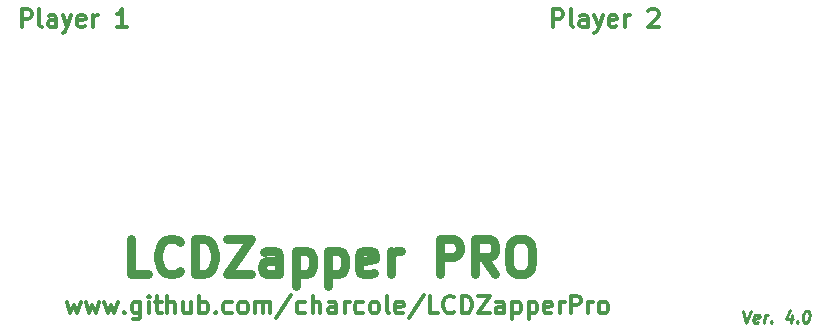
<source format=gbr>
G04 #@! TF.FileFunction,Legend,Top*
%FSLAX46Y46*%
G04 Gerber Fmt 4.6, Leading zero omitted, Abs format (unit mm)*
G04 Created by KiCad (PCBNEW 4.0.6) date Sunday, 17 September 2017 'PMt' 18:00:55*
%MOMM*%
%LPD*%
G01*
G04 APERTURE LIST*
%ADD10C,0.100000*%
%ADD11C,0.250000*%
%ADD12C,0.750000*%
%ADD13C,0.300000*%
G04 APERTURE END LIST*
D10*
D11*
X175937500Y-97452381D02*
X176145833Y-98452381D01*
X176604167Y-97452381D01*
X177199406Y-98404762D02*
X177098215Y-98452381D01*
X176907738Y-98452381D01*
X176818453Y-98404762D01*
X176782739Y-98309524D01*
X176830358Y-97928571D01*
X176889881Y-97833333D01*
X176991072Y-97785714D01*
X177181549Y-97785714D01*
X177270834Y-97833333D01*
X177306549Y-97928571D01*
X177294644Y-98023810D01*
X176806548Y-98119048D01*
X177669643Y-98452381D02*
X177752977Y-97785714D01*
X177729167Y-97976190D02*
X177788691Y-97880952D01*
X177842262Y-97833333D01*
X177943453Y-97785714D01*
X178038692Y-97785714D01*
X178300596Y-98357143D02*
X178342263Y-98404762D01*
X178288691Y-98452381D01*
X178247025Y-98404762D01*
X178300596Y-98357143D01*
X178288691Y-98452381D01*
X180038692Y-97785714D02*
X179955358Y-98452381D01*
X179848215Y-97404762D02*
X179520834Y-98119048D01*
X180139882Y-98119048D01*
X180491072Y-98357143D02*
X180532739Y-98404762D01*
X180479167Y-98452381D01*
X180437501Y-98404762D01*
X180491072Y-98357143D01*
X180479167Y-98452381D01*
X181270833Y-97452381D02*
X181366072Y-97452381D01*
X181455358Y-97500000D01*
X181497025Y-97547619D01*
X181532739Y-97642857D01*
X181556548Y-97833333D01*
X181526786Y-98071429D01*
X181455358Y-98261905D01*
X181395834Y-98357143D01*
X181342263Y-98404762D01*
X181241072Y-98452381D01*
X181145833Y-98452381D01*
X181056548Y-98404762D01*
X181014881Y-98357143D01*
X180979167Y-98261905D01*
X180955357Y-98071429D01*
X180985119Y-97833333D01*
X181056548Y-97642857D01*
X181116072Y-97547619D01*
X181169643Y-97500000D01*
X181270833Y-97452381D01*
D12*
X125500000Y-94357143D02*
X124071429Y-94357143D01*
X124071429Y-91357143D01*
X128214285Y-94071429D02*
X128071428Y-94214286D01*
X127642857Y-94357143D01*
X127357143Y-94357143D01*
X126928571Y-94214286D01*
X126642857Y-93928571D01*
X126500000Y-93642857D01*
X126357143Y-93071429D01*
X126357143Y-92642857D01*
X126500000Y-92071429D01*
X126642857Y-91785714D01*
X126928571Y-91500000D01*
X127357143Y-91357143D01*
X127642857Y-91357143D01*
X128071428Y-91500000D01*
X128214285Y-91642857D01*
X129500000Y-94357143D02*
X129500000Y-91357143D01*
X130214285Y-91357143D01*
X130642857Y-91500000D01*
X130928571Y-91785714D01*
X131071428Y-92071429D01*
X131214285Y-92642857D01*
X131214285Y-93071429D01*
X131071428Y-93642857D01*
X130928571Y-93928571D01*
X130642857Y-94214286D01*
X130214285Y-94357143D01*
X129500000Y-94357143D01*
X132214285Y-91357143D02*
X134214285Y-91357143D01*
X132214285Y-94357143D01*
X134214285Y-94357143D01*
X136642857Y-94357143D02*
X136642857Y-92785714D01*
X136500000Y-92500000D01*
X136214286Y-92357143D01*
X135642857Y-92357143D01*
X135357143Y-92500000D01*
X136642857Y-94214286D02*
X136357143Y-94357143D01*
X135642857Y-94357143D01*
X135357143Y-94214286D01*
X135214286Y-93928571D01*
X135214286Y-93642857D01*
X135357143Y-93357143D01*
X135642857Y-93214286D01*
X136357143Y-93214286D01*
X136642857Y-93071429D01*
X138071429Y-92357143D02*
X138071429Y-95357143D01*
X138071429Y-92500000D02*
X138357143Y-92357143D01*
X138928572Y-92357143D01*
X139214286Y-92500000D01*
X139357143Y-92642857D01*
X139500000Y-92928571D01*
X139500000Y-93785714D01*
X139357143Y-94071429D01*
X139214286Y-94214286D01*
X138928572Y-94357143D01*
X138357143Y-94357143D01*
X138071429Y-94214286D01*
X140785715Y-92357143D02*
X140785715Y-95357143D01*
X140785715Y-92500000D02*
X141071429Y-92357143D01*
X141642858Y-92357143D01*
X141928572Y-92500000D01*
X142071429Y-92642857D01*
X142214286Y-92928571D01*
X142214286Y-93785714D01*
X142071429Y-94071429D01*
X141928572Y-94214286D01*
X141642858Y-94357143D01*
X141071429Y-94357143D01*
X140785715Y-94214286D01*
X144642858Y-94214286D02*
X144357144Y-94357143D01*
X143785715Y-94357143D01*
X143500001Y-94214286D01*
X143357144Y-93928571D01*
X143357144Y-92785714D01*
X143500001Y-92500000D01*
X143785715Y-92357143D01*
X144357144Y-92357143D01*
X144642858Y-92500000D01*
X144785715Y-92785714D01*
X144785715Y-93071429D01*
X143357144Y-93357143D01*
X146071430Y-94357143D02*
X146071430Y-92357143D01*
X146071430Y-92928571D02*
X146214287Y-92642857D01*
X146357144Y-92500000D01*
X146642858Y-92357143D01*
X146928573Y-92357143D01*
X150214287Y-94357143D02*
X150214287Y-91357143D01*
X151357144Y-91357143D01*
X151642858Y-91500000D01*
X151785715Y-91642857D01*
X151928572Y-91928571D01*
X151928572Y-92357143D01*
X151785715Y-92642857D01*
X151642858Y-92785714D01*
X151357144Y-92928571D01*
X150214287Y-92928571D01*
X154928572Y-94357143D02*
X153928572Y-92928571D01*
X153214287Y-94357143D02*
X153214287Y-91357143D01*
X154357144Y-91357143D01*
X154642858Y-91500000D01*
X154785715Y-91642857D01*
X154928572Y-91928571D01*
X154928572Y-92357143D01*
X154785715Y-92642857D01*
X154642858Y-92785714D01*
X154357144Y-92928571D01*
X153214287Y-92928571D01*
X156785715Y-91357143D02*
X157357144Y-91357143D01*
X157642858Y-91500000D01*
X157928572Y-91785714D01*
X158071430Y-92357143D01*
X158071430Y-93357143D01*
X157928572Y-93928571D01*
X157642858Y-94214286D01*
X157357144Y-94357143D01*
X156785715Y-94357143D01*
X156500001Y-94214286D01*
X156214287Y-93928571D01*
X156071430Y-93357143D01*
X156071430Y-92357143D01*
X156214287Y-91785714D01*
X156500001Y-91500000D01*
X156785715Y-91357143D01*
D13*
X159821430Y-73428571D02*
X159821430Y-71928571D01*
X160392858Y-71928571D01*
X160535716Y-72000000D01*
X160607144Y-72071429D01*
X160678573Y-72214286D01*
X160678573Y-72428571D01*
X160607144Y-72571429D01*
X160535716Y-72642857D01*
X160392858Y-72714286D01*
X159821430Y-72714286D01*
X161535716Y-73428571D02*
X161392858Y-73357143D01*
X161321430Y-73214286D01*
X161321430Y-71928571D01*
X162750001Y-73428571D02*
X162750001Y-72642857D01*
X162678572Y-72500000D01*
X162535715Y-72428571D01*
X162250001Y-72428571D01*
X162107144Y-72500000D01*
X162750001Y-73357143D02*
X162607144Y-73428571D01*
X162250001Y-73428571D01*
X162107144Y-73357143D01*
X162035715Y-73214286D01*
X162035715Y-73071429D01*
X162107144Y-72928571D01*
X162250001Y-72857143D01*
X162607144Y-72857143D01*
X162750001Y-72785714D01*
X163321430Y-72428571D02*
X163678573Y-73428571D01*
X164035715Y-72428571D02*
X163678573Y-73428571D01*
X163535715Y-73785714D01*
X163464287Y-73857143D01*
X163321430Y-73928571D01*
X165178572Y-73357143D02*
X165035715Y-73428571D01*
X164750001Y-73428571D01*
X164607144Y-73357143D01*
X164535715Y-73214286D01*
X164535715Y-72642857D01*
X164607144Y-72500000D01*
X164750001Y-72428571D01*
X165035715Y-72428571D01*
X165178572Y-72500000D01*
X165250001Y-72642857D01*
X165250001Y-72785714D01*
X164535715Y-72928571D01*
X165892858Y-73428571D02*
X165892858Y-72428571D01*
X165892858Y-72714286D02*
X165964286Y-72571429D01*
X166035715Y-72500000D01*
X166178572Y-72428571D01*
X166321429Y-72428571D01*
X167892857Y-72071429D02*
X167964286Y-72000000D01*
X168107143Y-71928571D01*
X168464286Y-71928571D01*
X168607143Y-72000000D01*
X168678572Y-72071429D01*
X168750000Y-72214286D01*
X168750000Y-72357143D01*
X168678572Y-72571429D01*
X167821429Y-73428571D01*
X168750000Y-73428571D01*
X114821430Y-73428571D02*
X114821430Y-71928571D01*
X115392858Y-71928571D01*
X115535716Y-72000000D01*
X115607144Y-72071429D01*
X115678573Y-72214286D01*
X115678573Y-72428571D01*
X115607144Y-72571429D01*
X115535716Y-72642857D01*
X115392858Y-72714286D01*
X114821430Y-72714286D01*
X116535716Y-73428571D02*
X116392858Y-73357143D01*
X116321430Y-73214286D01*
X116321430Y-71928571D01*
X117750001Y-73428571D02*
X117750001Y-72642857D01*
X117678572Y-72500000D01*
X117535715Y-72428571D01*
X117250001Y-72428571D01*
X117107144Y-72500000D01*
X117750001Y-73357143D02*
X117607144Y-73428571D01*
X117250001Y-73428571D01*
X117107144Y-73357143D01*
X117035715Y-73214286D01*
X117035715Y-73071429D01*
X117107144Y-72928571D01*
X117250001Y-72857143D01*
X117607144Y-72857143D01*
X117750001Y-72785714D01*
X118321430Y-72428571D02*
X118678573Y-73428571D01*
X119035715Y-72428571D02*
X118678573Y-73428571D01*
X118535715Y-73785714D01*
X118464287Y-73857143D01*
X118321430Y-73928571D01*
X120178572Y-73357143D02*
X120035715Y-73428571D01*
X119750001Y-73428571D01*
X119607144Y-73357143D01*
X119535715Y-73214286D01*
X119535715Y-72642857D01*
X119607144Y-72500000D01*
X119750001Y-72428571D01*
X120035715Y-72428571D01*
X120178572Y-72500000D01*
X120250001Y-72642857D01*
X120250001Y-72785714D01*
X119535715Y-72928571D01*
X120892858Y-73428571D02*
X120892858Y-72428571D01*
X120892858Y-72714286D02*
X120964286Y-72571429D01*
X121035715Y-72500000D01*
X121178572Y-72428571D01*
X121321429Y-72428571D01*
X123750000Y-73428571D02*
X122892857Y-73428571D01*
X123321429Y-73428571D02*
X123321429Y-71928571D01*
X123178572Y-72142857D01*
X123035714Y-72285714D01*
X122892857Y-72357143D01*
X118671428Y-96678571D02*
X118957142Y-97678571D01*
X119242856Y-96964286D01*
X119528571Y-97678571D01*
X119814285Y-96678571D01*
X120242857Y-96678571D02*
X120528571Y-97678571D01*
X120814285Y-96964286D01*
X121100000Y-97678571D01*
X121385714Y-96678571D01*
X121814286Y-96678571D02*
X122100000Y-97678571D01*
X122385714Y-96964286D01*
X122671429Y-97678571D01*
X122957143Y-96678571D01*
X123528572Y-97535714D02*
X123600000Y-97607143D01*
X123528572Y-97678571D01*
X123457143Y-97607143D01*
X123528572Y-97535714D01*
X123528572Y-97678571D01*
X124885715Y-96678571D02*
X124885715Y-97892857D01*
X124814286Y-98035714D01*
X124742858Y-98107143D01*
X124600001Y-98178571D01*
X124385715Y-98178571D01*
X124242858Y-98107143D01*
X124885715Y-97607143D02*
X124742858Y-97678571D01*
X124457144Y-97678571D01*
X124314286Y-97607143D01*
X124242858Y-97535714D01*
X124171429Y-97392857D01*
X124171429Y-96964286D01*
X124242858Y-96821429D01*
X124314286Y-96750000D01*
X124457144Y-96678571D01*
X124742858Y-96678571D01*
X124885715Y-96750000D01*
X125600001Y-97678571D02*
X125600001Y-96678571D01*
X125600001Y-96178571D02*
X125528572Y-96250000D01*
X125600001Y-96321429D01*
X125671429Y-96250000D01*
X125600001Y-96178571D01*
X125600001Y-96321429D01*
X126100001Y-96678571D02*
X126671430Y-96678571D01*
X126314287Y-96178571D02*
X126314287Y-97464286D01*
X126385715Y-97607143D01*
X126528573Y-97678571D01*
X126671430Y-97678571D01*
X127171430Y-97678571D02*
X127171430Y-96178571D01*
X127814287Y-97678571D02*
X127814287Y-96892857D01*
X127742858Y-96750000D01*
X127600001Y-96678571D01*
X127385716Y-96678571D01*
X127242858Y-96750000D01*
X127171430Y-96821429D01*
X129171430Y-96678571D02*
X129171430Y-97678571D01*
X128528573Y-96678571D02*
X128528573Y-97464286D01*
X128600001Y-97607143D01*
X128742859Y-97678571D01*
X128957144Y-97678571D01*
X129100001Y-97607143D01*
X129171430Y-97535714D01*
X129885716Y-97678571D02*
X129885716Y-96178571D01*
X129885716Y-96750000D02*
X130028573Y-96678571D01*
X130314287Y-96678571D01*
X130457144Y-96750000D01*
X130528573Y-96821429D01*
X130600002Y-96964286D01*
X130600002Y-97392857D01*
X130528573Y-97535714D01*
X130457144Y-97607143D01*
X130314287Y-97678571D01*
X130028573Y-97678571D01*
X129885716Y-97607143D01*
X131242859Y-97535714D02*
X131314287Y-97607143D01*
X131242859Y-97678571D01*
X131171430Y-97607143D01*
X131242859Y-97535714D01*
X131242859Y-97678571D01*
X132600002Y-97607143D02*
X132457145Y-97678571D01*
X132171431Y-97678571D01*
X132028573Y-97607143D01*
X131957145Y-97535714D01*
X131885716Y-97392857D01*
X131885716Y-96964286D01*
X131957145Y-96821429D01*
X132028573Y-96750000D01*
X132171431Y-96678571D01*
X132457145Y-96678571D01*
X132600002Y-96750000D01*
X133457145Y-97678571D02*
X133314287Y-97607143D01*
X133242859Y-97535714D01*
X133171430Y-97392857D01*
X133171430Y-96964286D01*
X133242859Y-96821429D01*
X133314287Y-96750000D01*
X133457145Y-96678571D01*
X133671430Y-96678571D01*
X133814287Y-96750000D01*
X133885716Y-96821429D01*
X133957145Y-96964286D01*
X133957145Y-97392857D01*
X133885716Y-97535714D01*
X133814287Y-97607143D01*
X133671430Y-97678571D01*
X133457145Y-97678571D01*
X134600002Y-97678571D02*
X134600002Y-96678571D01*
X134600002Y-96821429D02*
X134671430Y-96750000D01*
X134814288Y-96678571D01*
X135028573Y-96678571D01*
X135171430Y-96750000D01*
X135242859Y-96892857D01*
X135242859Y-97678571D01*
X135242859Y-96892857D02*
X135314288Y-96750000D01*
X135457145Y-96678571D01*
X135671430Y-96678571D01*
X135814288Y-96750000D01*
X135885716Y-96892857D01*
X135885716Y-97678571D01*
X137671430Y-96107143D02*
X136385716Y-98035714D01*
X138814288Y-97607143D02*
X138671431Y-97678571D01*
X138385717Y-97678571D01*
X138242859Y-97607143D01*
X138171431Y-97535714D01*
X138100002Y-97392857D01*
X138100002Y-96964286D01*
X138171431Y-96821429D01*
X138242859Y-96750000D01*
X138385717Y-96678571D01*
X138671431Y-96678571D01*
X138814288Y-96750000D01*
X139457145Y-97678571D02*
X139457145Y-96178571D01*
X140100002Y-97678571D02*
X140100002Y-96892857D01*
X140028573Y-96750000D01*
X139885716Y-96678571D01*
X139671431Y-96678571D01*
X139528573Y-96750000D01*
X139457145Y-96821429D01*
X141457145Y-97678571D02*
X141457145Y-96892857D01*
X141385716Y-96750000D01*
X141242859Y-96678571D01*
X140957145Y-96678571D01*
X140814288Y-96750000D01*
X141457145Y-97607143D02*
X141314288Y-97678571D01*
X140957145Y-97678571D01*
X140814288Y-97607143D01*
X140742859Y-97464286D01*
X140742859Y-97321429D01*
X140814288Y-97178571D01*
X140957145Y-97107143D01*
X141314288Y-97107143D01*
X141457145Y-97035714D01*
X142171431Y-97678571D02*
X142171431Y-96678571D01*
X142171431Y-96964286D02*
X142242859Y-96821429D01*
X142314288Y-96750000D01*
X142457145Y-96678571D01*
X142600002Y-96678571D01*
X143742859Y-97607143D02*
X143600002Y-97678571D01*
X143314288Y-97678571D01*
X143171430Y-97607143D01*
X143100002Y-97535714D01*
X143028573Y-97392857D01*
X143028573Y-96964286D01*
X143100002Y-96821429D01*
X143171430Y-96750000D01*
X143314288Y-96678571D01*
X143600002Y-96678571D01*
X143742859Y-96750000D01*
X144600002Y-97678571D02*
X144457144Y-97607143D01*
X144385716Y-97535714D01*
X144314287Y-97392857D01*
X144314287Y-96964286D01*
X144385716Y-96821429D01*
X144457144Y-96750000D01*
X144600002Y-96678571D01*
X144814287Y-96678571D01*
X144957144Y-96750000D01*
X145028573Y-96821429D01*
X145100002Y-96964286D01*
X145100002Y-97392857D01*
X145028573Y-97535714D01*
X144957144Y-97607143D01*
X144814287Y-97678571D01*
X144600002Y-97678571D01*
X145957145Y-97678571D02*
X145814287Y-97607143D01*
X145742859Y-97464286D01*
X145742859Y-96178571D01*
X147100001Y-97607143D02*
X146957144Y-97678571D01*
X146671430Y-97678571D01*
X146528573Y-97607143D01*
X146457144Y-97464286D01*
X146457144Y-96892857D01*
X146528573Y-96750000D01*
X146671430Y-96678571D01*
X146957144Y-96678571D01*
X147100001Y-96750000D01*
X147171430Y-96892857D01*
X147171430Y-97035714D01*
X146457144Y-97178571D01*
X148885715Y-96107143D02*
X147600001Y-98035714D01*
X150100002Y-97678571D02*
X149385716Y-97678571D01*
X149385716Y-96178571D01*
X151457145Y-97535714D02*
X151385716Y-97607143D01*
X151171430Y-97678571D01*
X151028573Y-97678571D01*
X150814288Y-97607143D01*
X150671430Y-97464286D01*
X150600002Y-97321429D01*
X150528573Y-97035714D01*
X150528573Y-96821429D01*
X150600002Y-96535714D01*
X150671430Y-96392857D01*
X150814288Y-96250000D01*
X151028573Y-96178571D01*
X151171430Y-96178571D01*
X151385716Y-96250000D01*
X151457145Y-96321429D01*
X152100002Y-97678571D02*
X152100002Y-96178571D01*
X152457145Y-96178571D01*
X152671430Y-96250000D01*
X152814288Y-96392857D01*
X152885716Y-96535714D01*
X152957145Y-96821429D01*
X152957145Y-97035714D01*
X152885716Y-97321429D01*
X152814288Y-97464286D01*
X152671430Y-97607143D01*
X152457145Y-97678571D01*
X152100002Y-97678571D01*
X153457145Y-96178571D02*
X154457145Y-96178571D01*
X153457145Y-97678571D01*
X154457145Y-97678571D01*
X155671430Y-97678571D02*
X155671430Y-96892857D01*
X155600001Y-96750000D01*
X155457144Y-96678571D01*
X155171430Y-96678571D01*
X155028573Y-96750000D01*
X155671430Y-97607143D02*
X155528573Y-97678571D01*
X155171430Y-97678571D01*
X155028573Y-97607143D01*
X154957144Y-97464286D01*
X154957144Y-97321429D01*
X155028573Y-97178571D01*
X155171430Y-97107143D01*
X155528573Y-97107143D01*
X155671430Y-97035714D01*
X156385716Y-96678571D02*
X156385716Y-98178571D01*
X156385716Y-96750000D02*
X156528573Y-96678571D01*
X156814287Y-96678571D01*
X156957144Y-96750000D01*
X157028573Y-96821429D01*
X157100002Y-96964286D01*
X157100002Y-97392857D01*
X157028573Y-97535714D01*
X156957144Y-97607143D01*
X156814287Y-97678571D01*
X156528573Y-97678571D01*
X156385716Y-97607143D01*
X157742859Y-96678571D02*
X157742859Y-98178571D01*
X157742859Y-96750000D02*
X157885716Y-96678571D01*
X158171430Y-96678571D01*
X158314287Y-96750000D01*
X158385716Y-96821429D01*
X158457145Y-96964286D01*
X158457145Y-97392857D01*
X158385716Y-97535714D01*
X158314287Y-97607143D01*
X158171430Y-97678571D01*
X157885716Y-97678571D01*
X157742859Y-97607143D01*
X159671430Y-97607143D02*
X159528573Y-97678571D01*
X159242859Y-97678571D01*
X159100002Y-97607143D01*
X159028573Y-97464286D01*
X159028573Y-96892857D01*
X159100002Y-96750000D01*
X159242859Y-96678571D01*
X159528573Y-96678571D01*
X159671430Y-96750000D01*
X159742859Y-96892857D01*
X159742859Y-97035714D01*
X159028573Y-97178571D01*
X160385716Y-97678571D02*
X160385716Y-96678571D01*
X160385716Y-96964286D02*
X160457144Y-96821429D01*
X160528573Y-96750000D01*
X160671430Y-96678571D01*
X160814287Y-96678571D01*
X161314287Y-97678571D02*
X161314287Y-96178571D01*
X161885715Y-96178571D01*
X162028573Y-96250000D01*
X162100001Y-96321429D01*
X162171430Y-96464286D01*
X162171430Y-96678571D01*
X162100001Y-96821429D01*
X162028573Y-96892857D01*
X161885715Y-96964286D01*
X161314287Y-96964286D01*
X162814287Y-97678571D02*
X162814287Y-96678571D01*
X162814287Y-96964286D02*
X162885715Y-96821429D01*
X162957144Y-96750000D01*
X163100001Y-96678571D01*
X163242858Y-96678571D01*
X163957144Y-97678571D02*
X163814286Y-97607143D01*
X163742858Y-97535714D01*
X163671429Y-97392857D01*
X163671429Y-96964286D01*
X163742858Y-96821429D01*
X163814286Y-96750000D01*
X163957144Y-96678571D01*
X164171429Y-96678571D01*
X164314286Y-96750000D01*
X164385715Y-96821429D01*
X164457144Y-96964286D01*
X164457144Y-97392857D01*
X164385715Y-97535714D01*
X164314286Y-97607143D01*
X164171429Y-97678571D01*
X163957144Y-97678571D01*
M02*

</source>
